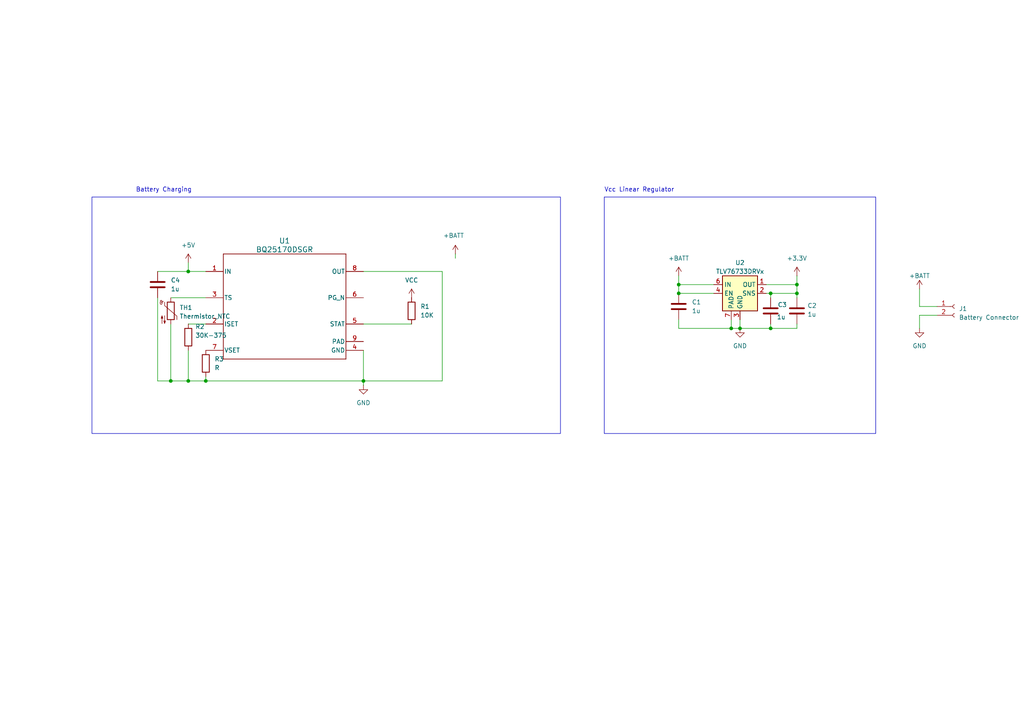
<source format=kicad_sch>
(kicad_sch (version 20231120) (generator "eeschema") (generator_version "8.0")
  (paper "A4")
  (title_block (title "Power") (date "2024-06-14") (rev "V1.0.0"))
  (lib_symbols
    (symbol "+BATT_1" (power) (pin_numbers hide) (pin_names (offset 0) hide)
      (property "Value" "+BATT" (at 0 3.556 0))
      (symbol "+BATT_1_0_1"
        (polyline (pts (xy -0.762 1.27) (xy 0 2.54)))
        (polyline (pts (xy 0 0) (xy 0 2.54)))
        (polyline (pts (xy 0 2.54) (xy 0.762 1.27)))
      )
      (symbol "+BATT_1_1_1"
        (pin power_in line (at 0 0 90) (length 0) (name "~") (number "1"))
      )
    )
    (symbol "+BATT_2" (power) (pin_numbers hide) (pin_names (offset 0) hide)
      (property "Value" "+BATT" (at 0 3.556 0))
      (symbol "+BATT_2_0_1"
        (polyline (pts (xy -0.762 1.27) (xy 0 2.54)))
        (polyline (pts (xy 0 0) (xy 0 2.54)))
        (polyline (pts (xy 0 2.54) (xy 0.762 1.27)))
      )
      (symbol "+BATT_2_1_1"
        (pin power_in line (at 0 0 90) (length 0) (name "~") (number "1"))
      )
    )
    (symbol "Connector:Conn_01x02_Socket" (pin_names (offset 1.016) hide)
      (property "Reference" "J" (at 0 2.54 0))
      (property "Value" "Conn_01x02_Socket" (at 0 -5.08 0))
      (symbol "Conn_01x02_Socket_1_1"
        (arc (start 0 -2.032) (mid -0.5058 -2.54) (end 0 -3.048) (stroke (width 0.1524)))
        (polyline (pts (xy -1.27 -2.54) (xy -0.508 -2.54)) (stroke (width 0.1524)))
        (polyline (pts (xy -1.27 0) (xy -0.508 0)) (stroke (width 0.1524)))
        (arc (start 0 0.508) (mid -0.5058 0) (end 0 -0.508) (stroke (width 0.1524)))
        (pin passive line (at -5.08 0 0) (length 3.81) (name "Pin_1") (number "1"))
        (pin passive line (at -5.08 -2.54 0) (length 3.81) (name "Pin_2") (number "2"))
      )
    )
    (symbol "Device:C" (pin_numbers hide) (pin_names (offset 0.254))
      (property "Reference" "C" (at 0.635 2.54 0))
      (property "Value" "C" (at 0.635 -2.54 0))
      (symbol "C_0_1"
        (polyline (pts (xy -2.032 -0.762) (xy 2.032 -0.762)) (stroke (width 0.508)))
        (polyline (pts (xy -2.032 0.762) (xy 2.032 0.762)) (stroke (width 0.508)))
      )
      (symbol "C_1_1"
        (pin passive line (at 0 3.81 270) (length 2.794) (name "~") (number "1"))
        (pin passive line (at 0 -3.81 90) (length 2.794) (name "~") (number "2"))
      )
    )
    (symbol "Device:R" (pin_numbers hide) (pin_names (offset 0))
      (property "Reference" "R" (at 2.032 0 90))
      (property "Value" "R" (at 0 0 90))
      (symbol "R_0_1"
        (rectangle (start -1.016 -2.54) (end 1.016 2.54) (stroke (width 0.254)))
      )
      (symbol "R_1_1"
        (pin passive line (at 0 3.81 270) (length 1.27) (name "~") (number "1"))
        (pin passive line (at 0 -3.81 90) (length 1.27) (name "~") (number "2"))
      )
    )
    (symbol "Device:Thermistor_NTC" (pin_numbers hide) (pin_names (offset 0))
      (property "Reference" "TH" (at -4.445 0 90))
      (property "Value" "Thermistor_NTC" (at 3.175 0 90))
      (symbol "Thermistor_NTC_0_1"
        (arc (start -3.048 2.159) (mid -3.0495 2.3143) (end -3.175 2.413))
        (arc (start -3.048 2.159) (mid -2.9736 1.9794) (end -2.794 1.905))
        (arc (start -3.048 2.794) (mid -2.9736 2.6144) (end -2.794 2.54))
        (arc (start -2.794 1.905) (mid -2.6144 1.9794) (end -2.54 2.159))
        (arc (start -2.794 2.54) (mid -2.4393 2.5587) (end -2.159 2.794))
        (arc (start -2.794 3.048) (mid -2.9736 2.9736) (end -3.048 2.794))
        (arc (start -2.54 2.794) (mid -2.6144 2.9736) (end -2.794 3.048))
        (rectangle (start -1.016 2.54) (end 1.016 -2.54) (stroke (width 0.254)))
        (polyline (pts (xy -2.54 2.159) (xy -2.54 2.794)))
        (polyline (pts (xy -1.778 2.54) (xy -1.778 1.524) (xy 1.778 -1.524) (xy 1.778 -2.54)))
        (polyline (pts (xy -2.54 -3.683) (xy -2.54 -1.397) (xy -2.794 -2.159) (xy -2.286 -2.159) (xy -2.54 -1.397) (xy -2.54 -1.651)) (fill (type outline)))
        (polyline (pts (xy -1.778 -1.397) (xy -1.778 -3.683) (xy -2.032 -2.921) (xy -1.524 -2.921) (xy -1.778 -3.683) (xy -1.778 -3.429)) (fill (type outline)))
      )
      (symbol "Thermistor_NTC_1_1"
        (pin passive line (at 0 3.81 270) (length 1.27) (name "~") (number "1"))
        (pin passive line (at 0 -3.81 90) (length 1.27) (name "~") (number "2"))
      )
    )
    (symbol "GND_1" (power) (pin_numbers hide) (pin_names (offset 0) hide)
      (property "Value" "GND" (at 0 -3.81 0))
      (symbol "GND_1_0_1"
        (polyline (pts (xy 0 0) (xy 0 -1.27) (xy 1.27 -1.27) (xy 0 -2.54) (xy -1.27 -1.27) (xy 0 -1.27)))
      )
      (symbol "GND_1_1_1"
        (pin power_in line (at 0 0 270) (length 0) (name "~") (number "1"))
      )
    )
    (symbol "GND_2" (power) (pin_numbers hide) (pin_names (offset 0) hide)
      (property "Value" "GND" (at 0 -3.81 0))
      (symbol "GND_2_0_1"
        (polyline (pts (xy 0 0) (xy 0 -1.27) (xy 1.27 -1.27) (xy 0 -2.54) (xy -1.27 -1.27) (xy 0 -1.27)))
      )
      (symbol "GND_2_1_1"
        (pin power_in line (at 0 0 270) (length 0) (name "~") (number "1"))
      )
    )
    (symbol "Regulator_Linear:TLV76733DRVx"
      (property "Reference" "U" (at 0 8.89 0))
      (property "Value" "TLV76733DRVx" (at 0 6.35 0))
      (symbol "TLV76733DRVx_0_1"
        (rectangle (start -5.08 -5.08) (end 5.08 5.08) (stroke (width 0.254)) (fill (type background)))
      )
      (symbol "TLV76733DRVx_1_1"
        (pin power_out line (at 7.62 2.54 180) (length 2.54) (name "OUT") (number "1"))
        (pin input line (at 7.62 0 180) (length 2.54) (name "SNS") (number "2"))
        (pin power_in line (at 0 -7.62 90) (length 2.54) (name "GND") (number "3"))
        (pin input line (at -7.62 0 0) (length 2.54) (name "EN") (number "4"))
        (pin passive line (at 0 -7.62 90) (length 2.54) hide (name "GND") (number "5"))
        (pin power_in line (at -7.62 2.54 0) (length 2.54) (name "IN") (number "6"))
        (pin passive line (at -2.54 -7.62 90) (length 2.54) (name "PAD") (number "7"))
      )
    )
    (symbol "bq25170:BQ25170DSGR" (pin_names (offset 0.254))
      (property "Reference" "U" (at 0 2.54 0))
      (property "Value" "BQ25170DSGR" (at 0 0 0))
      (symbol "BQ25170DSGR_0_1"
        (polyline (pts (xy -17.78 -15.24) (xy 17.78 -15.24)) (stroke (width 0.2032)))
        (polyline (pts (xy -17.78 15.24) (xy -17.78 -15.24)) (stroke (width 0.2032)))
        (polyline (pts (xy 17.78 -15.24) (xy 17.78 15.24)) (stroke (width 0.2032)))
        (polyline (pts (xy 17.78 15.24) (xy -17.78 15.24)) (stroke (width 0.2032)))
        (pin power_in line (at -22.86 10.16 0) (length 5.08) (name "IN") (number "1"))
        (pin input line (at -22.86 -5.08 0) (length 5.08) (name "ISET") (number "2"))
        (pin bidirectional line (at -22.86 2.54 0) (length 5.08) (name "TS") (number "3"))
        (pin power_in line (at 22.86 -12.7 180) (length 5.08) (name "GND") (number "4"))
        (pin output line (at 22.86 -5.08 180) (length 5.08) (name "STAT") (number "5"))
        (pin output line (at 22.86 2.54 180) (length 5.08) (name "PG_N") (number "6"))
        (pin input line (at -22.86 -12.7 0) (length 5.08) (name "VSET") (number "7"))
        (pin output line (at 22.86 10.16 180) (length 5.08) (name "OUT") (number "8"))
        (pin power_in line (at 22.86 -10.16 180) (length 5.08) (name "PAD") (number "9"))
      )
    )
    (symbol "power:+3.3V" (power) (pin_numbers hide) (pin_names (offset 0) hide)
      (property "Value" "+3.3V" (at 0 3.556 0))
      (symbol "+3.3V_0_1"
        (polyline (pts (xy -0.762 1.27) (xy 0 2.54)))
        (polyline (pts (xy 0 0) (xy 0 2.54)))
        (polyline (pts (xy 0 2.54) (xy 0.762 1.27)))
      )
      (symbol "+3.3V_1_1"
        (pin power_in line (at 0 0 90) (length 0) (name "~") (number "1"))
      )
    )
    (symbol "power:+5V" (power) (pin_numbers hide) (pin_names (offset 0) hide)
      (property "Value" "+5V" (at 0 3.556 0))
      (symbol "+5V_0_1"
        (polyline (pts (xy -0.762 1.27) (xy 0 2.54)))
        (polyline (pts (xy 0 0) (xy 0 2.54)))
        (polyline (pts (xy 0 2.54) (xy 0.762 1.27)))
      )
      (symbol "+5V_1_1"
        (pin power_in line (at 0 0 90) (length 0) (name "~") (number "1"))
      )
    )
    (symbol "power:+BATT" (power) (pin_names (offset 0))
      (property "Value" "+BATT" (at 0 3.556 0))
      (symbol "+BATT_0_1"
        (polyline (pts (xy -0.762 1.27) (xy 0 2.54)))
        (polyline (pts (xy 0 0) (xy 0 2.54)))
        (polyline (pts (xy 0 2.54) (xy 0.762 1.27)))
      )
      (symbol "+BATT_1_1"
        (pin power_in line (at 0 0 90) (length 0) hide (name "+BATT") (number "1"))
      )
    )
    (symbol "power:GND" (power) (pin_names (offset 0))
      (property "Value" "GND" (at 0 -3.81 0))
      (symbol "GND_0_1"
        (polyline (pts (xy 0 0) (xy 0 -1.27) (xy 1.27 -1.27) (xy 0 -2.54) (xy -1.27 -1.27) (xy 0 -1.27)))
      )
      (symbol "GND_1_1"
        (pin power_in line (at 0 0 270) (length 0) hide (name "GND") (number "1"))
      )
    )
    (symbol "power:VCC" (power) (pin_numbers hide) (pin_names (offset 0) hide)
      (property "Value" "VCC" (at 0 3.556 0))
      (symbol "VCC_0_1"
        (polyline (pts (xy -0.762 1.27) (xy 0 2.54)))
        (polyline (pts (xy 0 0) (xy 0 2.54)))
        (polyline (pts (xy 0 2.54) (xy 0.762 1.27)))
      )
      (symbol "VCC_1_1"
        (pin power_in line (at 0 0 90) (length 0) (name "~") (number "1"))
      )
    )
  )
  (junction (at 231.14 82.55))
  (junction (at 54.61 110.49))
  (junction (at 223.52 85.09))
  (junction (at 105.41 110.49))
  (junction (at 196.85 85.09))
  (junction (at 196.85 82.55))
  (junction (at 214.63 95.25))
  (junction (at 223.52 95.25))
  (junction (at 54.61 78.74))
  (junction (at 59.69 110.49))
  (junction (at 212.09 95.25))
  (junction (at 231.14 85.09))
  (junction (at 49.53 110.49))
  (wire (pts (xy 271.78 88.9) (xy 266.7 88.9)))
  (wire (pts (xy 266.7 88.9) (xy 266.7 83.82)))
  (wire (pts (xy 49.53 86.36) (xy 59.69 86.36)))
  (wire (pts (xy 105.41 78.74) (xy 128.27 78.74)))
  (wire (pts (xy 196.85 92.71) (xy 196.85 95.25)))
  (wire (pts (xy 222.25 82.55) (xy 231.14 82.55)))
  (wire (pts (xy 231.14 82.55) (xy 231.14 85.09)))
  (wire (pts (xy 231.14 86.36) (xy 231.14 85.09)))
  (wire (pts (xy 54.61 76.2) (xy 54.61 78.74)))
  (wire (pts (xy 132.08 73.66) (xy 132.08 74.93)))
  (wire (pts (xy 54.61 101.6) (xy 54.61 110.49)))
  (wire (pts (xy 223.52 95.25) (xy 214.63 95.25)))
  (wire (pts (xy 231.14 80.01) (xy 231.14 82.55)))
  (wire (pts (xy 105.41 111.76) (xy 105.41 110.49)))
  (wire (pts (xy 128.27 78.74) (xy 128.27 110.49)))
  (wire (pts (xy 54.61 110.49) (xy 59.69 110.49)))
  (wire (pts (xy 54.61 78.74) (xy 59.69 78.74)))
  (wire (pts (xy 59.69 110.49) (xy 105.41 110.49)))
  (wire (pts (xy 49.53 93.98) (xy 49.53 110.49)))
  (wire (pts (xy 49.53 110.49) (xy 54.61 110.49)))
  (wire (pts (xy 105.41 101.6) (xy 105.41 110.49)))
  (wire (pts (xy 196.85 82.55) (xy 196.85 80.01)))
  (wire (pts (xy 59.69 93.98) (xy 54.61 93.98)))
  (wire (pts (xy 212.09 95.25) (xy 214.63 95.25)))
  (wire (pts (xy 196.85 95.25) (xy 212.09 95.25)))
  (wire (pts (xy 271.78 91.44) (xy 266.7 91.44)))
  (wire (pts (xy 128.27 110.49) (xy 105.41 110.49)))
  (wire (pts (xy 223.52 95.25) (xy 231.14 95.25)))
  (wire (pts (xy 196.85 82.55) (xy 207.01 82.55)))
  (wire (pts (xy 45.72 78.74) (xy 54.61 78.74)))
  (wire (pts (xy 223.52 85.09) (xy 231.14 85.09)))
  (wire (pts (xy 196.85 85.09) (xy 207.01 85.09)))
  (wire (pts (xy 214.63 92.71) (xy 214.63 95.25)))
  (wire (pts (xy 196.85 85.09) (xy 196.85 82.55)))
  (wire (pts (xy 231.14 95.25) (xy 231.14 93.98)))
  (wire (pts (xy 59.69 109.22) (xy 59.69 110.49)))
  (wire (pts (xy 212.09 92.71) (xy 212.09 95.25)))
  (wire (pts (xy 45.72 86.36) (xy 45.72 110.49)))
  (wire (pts (xy 223.52 86.36) (xy 223.52 85.09)))
  (wire (pts (xy 266.7 91.44) (xy 266.7 95.25)))
  (wire (pts (xy 222.25 85.09) (xy 223.52 85.09)))
  (wire (pts (xy 105.41 93.98) (xy 119.38 93.98)))
  (wire (pts (xy 223.52 95.25) (xy 223.52 93.98)))
  (wire (pts (xy 45.72 110.49) (xy 49.53 110.49)))
  (rectangle (start 175.26 57.15) (end 254 125.73))
  (rectangle (start 26.67 57.15) (end 162.56 125.73))
  (text "Vcc Linear Regulator" (at 175.26 55.88 0) (effects (font (size 1.27 1.27)) (justify left bottom)))
  (text "Battery Charging\n" (at 39.37 55.88 0) (effects (font (size 1.27 1.27)) (justify left bottom)))
  (symbol (lib_id "Device:C") (at 45.72 82.55 0) (unit 1)
    (property "Reference" "C4" (at 49.53 81.2799 0) (effects (justify left)))
    (property "Value" "1u" (at 49.53 83.8199 0) (effects (justify left)))
    (property "Description" "Unpolarized capacitor" (effects (hide yes)))
  )
  (symbol (lib_id "power:GND") (at 266.7 95.25 0) (unit 1)
    (property "Reference" "#PWR02" (effects (hide yes)))
    (property "Value" "GND" (at 266.7 100.33 0))
  )
  (symbol (lib_id "Device:C") (at 231.14 90.17 0) (unit 1)
    (property "Reference" "C2" (at 234.188 88.646 0) (effects (justify left)))
    (property "Value" "1u" (at 234.188 91.186 0) (effects (justify left)))
    (property "Description" "Unpolarized capacitor" (effects (hide yes)))
  )
  (symbol (lib_id "Device:Thermistor_NTC") (at 49.53 90.17 0) (unit 1)
    (property "Reference" "TH1" (at 52.07 89.2174 0) (effects (justify left)))
    (property "Value" "Thermistor_NTC" (at 52.07 91.7574 0) (effects (justify left)))
    (property "Description" "Temperature dependent resistor, negative temperature coefficient" (effects (hide yes)))
  )
  (symbol (lib_name "+BATT_1") (lib_id "power:+BATT") (at 196.85 80.01 0) (unit 1)
    (property "Reference" "#PWR03" (effects (hide yes)))
    (property "Value" "+BATT" (at 196.85 74.93 0))
    (property "Description" "Power symbol creates a global label with name \"+BATT\"" (effects (hide yes)))
  )
  (symbol (lib_name "GND_1") (lib_id "power:GND") (at 214.63 95.25 0) (unit 1)
    (property "Reference" "#PWR05" (effects (hide yes)))
    (property "Value" "GND" (at 214.63 100.33 0))
    (property "Description" "Power symbol creates a global label with name \"GND\" , ground" (effects (hide yes)))
  )
  (symbol (lib_id "Connector:Conn_01x02_Socket") (at 276.86 88.9 0) (unit 1)
    (property "Reference" "J1" (at 278.13 89.535 0) (effects (justify left)))
    (property "Value" "Battery Connector" (at 278.13 92.075 0) (effects (justify left)))
    (property "Footprint" "Connector_JST:JST_PH_S2B-PH-K_1x02_P2.00mm_Horizontal" (effects (hide yes)))
  )
  (symbol (lib_id "Device:R") (at 54.61 97.79 0) (unit 1)
    (property "Reference" "R2" (at 56.642 94.742 0) (effects (justify left)))
    (property "Value" "30K-375" (at 56.642 97.282 0) (effects (justify left)))
    (property "Description" "Resistor" (effects (hide yes)))
  )
  (symbol (lib_id "power:+3.3V") (at 231.14 80.01 0) (unit 1)
    (property "Reference" "#PWR07" (effects (hide yes)))
    (property "Value" "+3.3V" (at 231.14 74.93 0))
    (property "Description" "Power symbol creates a global label with name \"+3.3V\"" (effects (hide yes)))
  )
  (symbol (lib_id "Device:R") (at 119.38 90.17 0) (unit 1)
    (property "Reference" "R1" (at 121.92 88.8999 0) (effects (justify left)))
    (property "Value" "10K" (at 121.92 91.4399 0) (effects (justify left)))
    (property "Description" "Resistor" (effects (hide yes)))
  )
  (symbol (lib_name "GND_2") (lib_id "power:GND") (at 105.41 111.76 0) (unit 1)
    (property "Reference" "#PWR04" (effects (hide yes)))
    (property "Value" "GND" (at 105.41 116.84 0))
    (property "Description" "Power symbol creates a global label with name \"GND\" , ground" (effects (hide yes)))
  )
  (symbol (lib_name "+BATT_2") (lib_id "power:+BATT") (at 132.08 73.66 0) (unit 1)
    (property "Reference" "#PWR09" (effects (hide yes)))
    (property "Value" "+BATT" (at 131.572 68.326 0))
    (property "Description" "Power symbol creates a global label with name \"+BATT\"" (effects (hide yes)))
  )
  (symbol (lib_id "Regulator_Linear:TLV76733DRVx") (at 214.63 85.09 0) (unit 1)
    (property "Reference" "U2" (at 214.63 76.2 0))
    (property "Value" "TLV76733DRVx" (at 214.63 78.74 0))
    (property "Footprint" "Package_SON:WSON-6-1EP_2x2mm_P0.65mm_EP1x1.6mm_ThermalVias" (effects (hide yes)))
    (property "Datasheet" "www.ti.com/lit/gpn/TLV767" (effects (hide yes)))
  )
  (symbol (lib_id "power:VCC") (at 119.38 86.36 0) (unit 1)
    (property "Reference" "#PWR08" (effects (hide yes)))
    (property "Value" "VCC" (at 119.38 81.28 0))
    (property "Description" "Power symbol creates a global label with name \"VCC\"" (effects (hide yes)))
  )
  (symbol (lib_id "Device:C") (at 196.85 88.9 0) (unit 1)
    (property "Reference" "C1" (at 200.66 87.6299 0) (effects (justify left)))
    (property "Value" "1u" (at 200.66 90.1699 0) (effects (justify left)))
    (property "Description" "Unpolarized capacitor" (effects (hide yes)))
  )
  (symbol (lib_id "Device:R") (at 59.69 105.41 0) (unit 1)
    (property "Reference" "R3" (at 62.23 104.1399 0) (effects (justify left)))
    (property "Value" "R" (at 62.23 106.6799 0) (effects (justify left)))
    (property "Description" "Resistor" (effects (hide yes)))
  )
  (symbol (lib_id "power:+BATT") (at 266.7 83.82 0) (unit 1)
    (property "Reference" "#PWR01" (effects (hide yes)))
    (property "Value" "+BATT" (at 266.7 80.01 0))
  )
  (symbol (lib_id "Device:C") (at 223.52 90.17 0) (unit 1)
    (property "Reference" "C3" (at 225.552 88.392 0) (effects (justify left)))
    (property "Value" "1u" (at 225.298 91.948 0) (effects (justify left)))
    (property "Description" "Unpolarized capacitor" (effects (hide yes)))
  )
  (symbol (lib_id "power:+5V") (at 54.61 76.2 0) (unit 1)
    (property "Reference" "#PWR06" (effects (hide yes)))
    (property "Value" "+5V" (at 54.61 71.12 0))
    (property "Description" "Power symbol creates a global label with name \"+5V\"" (effects (hide yes)))
  )
  (symbol (lib_id "bq25170:BQ25170DSGR") (at 82.55 88.9 0) (unit 1)
    (property "Reference" "U1" (at 82.55 69.85 0) (effects (font (size 1.524 1.524))))
    (property "Value" "BQ25170DSGR" (at 82.55 72.39 0) (effects (font (size 1.524 1.524))))
    (property "Footprint" "footprints:DSG0008A" (effects (hide yes)))
    (property "Datasheet" "BQ25170DSGR" (effects (hide yes)))
  )
)
</source>
